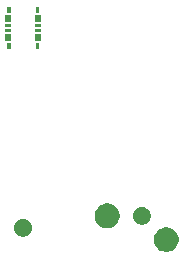
<source format=gbs>
G04 #@! TF.GenerationSoftware,KiCad,Pcbnew,(5.0.1)-4*
G04 #@! TF.CreationDate,2018-12-04T20:19:32-05:00*
G04 #@! TF.ProjectId,PowConnV1,506F77436F6E6E56312E6B696361645F,V1*
G04 #@! TF.SameCoordinates,Original*
G04 #@! TF.FileFunction,Soldermask,Bot*
G04 #@! TF.FilePolarity,Negative*
%FSLAX46Y46*%
G04 Gerber Fmt 4.6, Leading zero omitted, Abs format (unit mm)*
G04 Created by KiCad (PCBNEW (5.0.1)-4) date 12/4/2018 8:19:32 PM*
%MOMM*%
%LPD*%
G01*
G04 APERTURE LIST*
%ADD10C,0.150000*%
G04 APERTURE END LIST*
D10*
G36*
X126569674Y-95037910D02*
X126760762Y-95117062D01*
X126932736Y-95231971D01*
X127078989Y-95378224D01*
X127193898Y-95550198D01*
X127273050Y-95741286D01*
X127313400Y-95944144D01*
X127313400Y-96150976D01*
X127273050Y-96353834D01*
X127193898Y-96544922D01*
X127078989Y-96716896D01*
X126932736Y-96863149D01*
X126760762Y-96978058D01*
X126569674Y-97057210D01*
X126366816Y-97097560D01*
X126159984Y-97097560D01*
X125957126Y-97057210D01*
X125766038Y-96978058D01*
X125594064Y-96863149D01*
X125447811Y-96716896D01*
X125332902Y-96544922D01*
X125253750Y-96353834D01*
X125213400Y-96150976D01*
X125213400Y-95944144D01*
X125253750Y-95741286D01*
X125332902Y-95550198D01*
X125447811Y-95378224D01*
X125594064Y-95231971D01*
X125766038Y-95117062D01*
X125957126Y-95037910D01*
X126159984Y-94997560D01*
X126366816Y-94997560D01*
X126569674Y-95037910D01*
X126569674Y-95037910D01*
G37*
G36*
X114361288Y-94335782D02*
X114497776Y-94392317D01*
X114620618Y-94474398D01*
X114725082Y-94578862D01*
X114807163Y-94701704D01*
X114863698Y-94838192D01*
X114892520Y-94983091D01*
X114892520Y-95130829D01*
X114863698Y-95275728D01*
X114807163Y-95412216D01*
X114725082Y-95535058D01*
X114620618Y-95639522D01*
X114497776Y-95721603D01*
X114361288Y-95778138D01*
X114216389Y-95806960D01*
X114068651Y-95806960D01*
X113923752Y-95778138D01*
X113787264Y-95721603D01*
X113664422Y-95639522D01*
X113559958Y-95535058D01*
X113477877Y-95412216D01*
X113421342Y-95275728D01*
X113392520Y-95130829D01*
X113392520Y-94983091D01*
X113421342Y-94838192D01*
X113477877Y-94701704D01*
X113559958Y-94578862D01*
X113664422Y-94474398D01*
X113787264Y-94392317D01*
X113923752Y-94335782D01*
X114068651Y-94306960D01*
X114216389Y-94306960D01*
X114361288Y-94335782D01*
X114361288Y-94335782D01*
G37*
G36*
X121581114Y-93031310D02*
X121772202Y-93110462D01*
X121944176Y-93225371D01*
X122090429Y-93371624D01*
X122205338Y-93543598D01*
X122284490Y-93734686D01*
X122324840Y-93937544D01*
X122324840Y-94144376D01*
X122284490Y-94347234D01*
X122205338Y-94538322D01*
X122090429Y-94710296D01*
X121944176Y-94856549D01*
X121772202Y-94971458D01*
X121581114Y-95050610D01*
X121378256Y-95090960D01*
X121171424Y-95090960D01*
X120968566Y-95050610D01*
X120777478Y-94971458D01*
X120605504Y-94856549D01*
X120459251Y-94710296D01*
X120344342Y-94538322D01*
X120265190Y-94347234D01*
X120224840Y-94144376D01*
X120224840Y-93937544D01*
X120265190Y-93734686D01*
X120344342Y-93543598D01*
X120459251Y-93371624D01*
X120605504Y-93225371D01*
X120777478Y-93110462D01*
X120968566Y-93031310D01*
X121171424Y-92990960D01*
X121378256Y-92990960D01*
X121581114Y-93031310D01*
X121581114Y-93031310D01*
G37*
G36*
X124419688Y-93314702D02*
X124556176Y-93371237D01*
X124679018Y-93453318D01*
X124783482Y-93557782D01*
X124865563Y-93680624D01*
X124922098Y-93817112D01*
X124950920Y-93962011D01*
X124950920Y-94109749D01*
X124922098Y-94254648D01*
X124865563Y-94391136D01*
X124783482Y-94513978D01*
X124679018Y-94618442D01*
X124556176Y-94700523D01*
X124419688Y-94757058D01*
X124274789Y-94785880D01*
X124127051Y-94785880D01*
X123982152Y-94757058D01*
X123845664Y-94700523D01*
X123722822Y-94618442D01*
X123618358Y-94513978D01*
X123536277Y-94391136D01*
X123479742Y-94254648D01*
X123450920Y-94109749D01*
X123450920Y-93962011D01*
X123479742Y-93817112D01*
X123536277Y-93680624D01*
X123618358Y-93557782D01*
X123722822Y-93453318D01*
X123845664Y-93371237D01*
X123982152Y-93314702D01*
X124127051Y-93285880D01*
X124274789Y-93285880D01*
X124419688Y-93314702D01*
X124419688Y-93314702D01*
G37*
G36*
X113102680Y-79888080D02*
X112772680Y-79888080D01*
X112772680Y-79408080D01*
X113102680Y-79408080D01*
X113102680Y-79888080D01*
X113102680Y-79888080D01*
G37*
G36*
X115532680Y-79888080D02*
X115202680Y-79888080D01*
X115202680Y-79408080D01*
X115532680Y-79408080D01*
X115532680Y-79888080D01*
X115532680Y-79888080D01*
G37*
G36*
X115662680Y-79208080D02*
X115142680Y-79208080D01*
X115142680Y-78628080D01*
X115662680Y-78628080D01*
X115662680Y-79208080D01*
X115662680Y-79208080D01*
G37*
G36*
X113162680Y-79208080D02*
X112642680Y-79208080D01*
X112642680Y-78628080D01*
X113162680Y-78628080D01*
X113162680Y-79208080D01*
X113162680Y-79208080D01*
G37*
G36*
X115662680Y-78465080D02*
X115142680Y-78465080D01*
X115142680Y-78195080D01*
X115662680Y-78195080D01*
X115662680Y-78465080D01*
X115662680Y-78465080D01*
G37*
G36*
X113162680Y-78465080D02*
X112642680Y-78465080D01*
X112642680Y-78195080D01*
X113162680Y-78195080D01*
X113162680Y-78465080D01*
X113162680Y-78465080D01*
G37*
G36*
X115662680Y-78041080D02*
X115142680Y-78041080D01*
X115142680Y-77771080D01*
X115662680Y-77771080D01*
X115662680Y-78041080D01*
X115662680Y-78041080D01*
G37*
G36*
X113162680Y-78041080D02*
X112642680Y-78041080D01*
X112642680Y-77771080D01*
X113162680Y-77771080D01*
X113162680Y-78041080D01*
X113162680Y-78041080D01*
G37*
G36*
X113162680Y-77608080D02*
X112642680Y-77608080D01*
X112642680Y-77028080D01*
X113162680Y-77028080D01*
X113162680Y-77608080D01*
X113162680Y-77608080D01*
G37*
G36*
X115662680Y-77608080D02*
X115142680Y-77608080D01*
X115142680Y-77028080D01*
X115662680Y-77028080D01*
X115662680Y-77608080D01*
X115662680Y-77608080D01*
G37*
G36*
X115532680Y-76828080D02*
X115202680Y-76828080D01*
X115202680Y-76348080D01*
X115532680Y-76348080D01*
X115532680Y-76828080D01*
X115532680Y-76828080D01*
G37*
G36*
X113102680Y-76828080D02*
X112772680Y-76828080D01*
X112772680Y-76348080D01*
X113102680Y-76348080D01*
X113102680Y-76828080D01*
X113102680Y-76828080D01*
G37*
M02*

</source>
